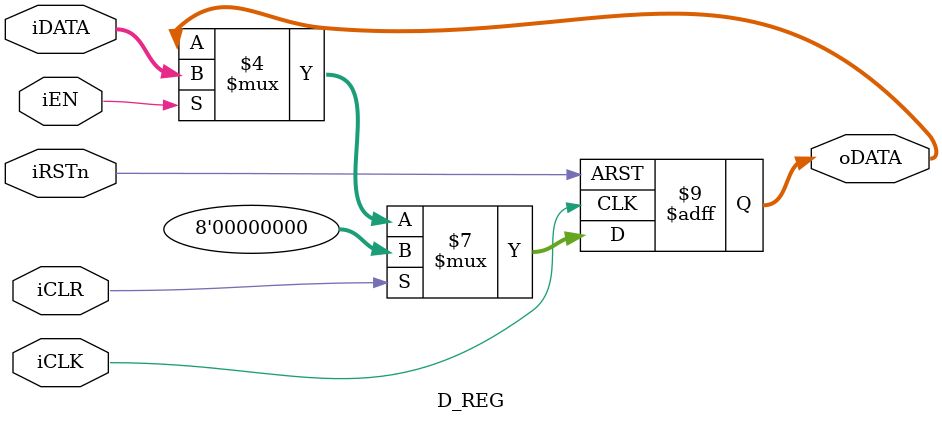
<source format=v>

`timescale 1 ns / 100 ps

module D_REG(
	iRSTn, 
	iCLK, 
	iEN, 
	iCLR, 
	iDATA, 
	oDATA
);
    
parameter WL=8;

input	iRSTn;
input	iCLK;
input	iEN;
input	iCLR;
input	[WL-1:0] iDATA;
output	[WL-1:0] oDATA;
reg 	[WL-1:0] oDATA;

always @(posedge iCLK or negedge iRSTn)
begin
	if (~iRSTn)	begin
		 oDATA  <=# 3	0;
	end
	else if (iCLR)	begin
		 oDATA  <=# 3 0;
	end
	else if (iEN)	begin
		oDATA	<=# 3	 iDATA;	
	end
	else	begin
		oDATA	<=# 3	 oDATA;	
	end
end
endmodule


</source>
